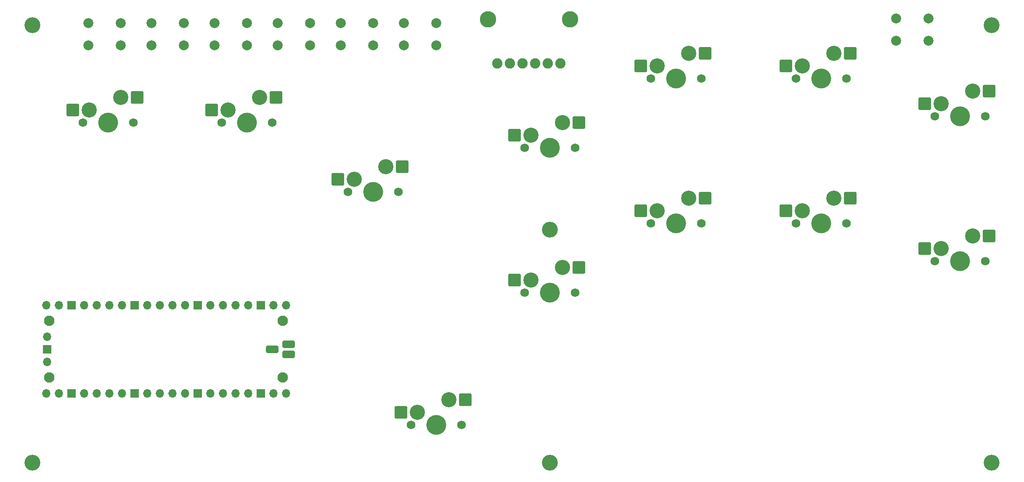
<source format=gbr>
%TF.GenerationSoftware,KiCad,Pcbnew,(6.0.4)*%
%TF.CreationDate,2022-07-03T17:31:01+01:00*%
%TF.ProjectId,MiniFighter Lite,4d696e69-4669-4676-9874-6572204c6974,rev?*%
%TF.SameCoordinates,Original*%
%TF.FileFunction,Soldermask,Bot*%
%TF.FilePolarity,Negative*%
%FSLAX46Y46*%
G04 Gerber Fmt 4.6, Leading zero omitted, Abs format (unit mm)*
G04 Created by KiCad (PCBNEW (6.0.4)) date 2022-07-03 17:31:01*
%MOMM*%
%LPD*%
G01*
G04 APERTURE LIST*
G04 Aperture macros list*
%AMRoundRect*
0 Rectangle with rounded corners*
0 $1 Rounding radius*
0 $2 $3 $4 $5 $6 $7 $8 $9 X,Y pos of 4 corners*
0 Add a 4 corners polygon primitive as box body*
4,1,4,$2,$3,$4,$5,$6,$7,$8,$9,$2,$3,0*
0 Add four circle primitives for the rounded corners*
1,1,$1+$1,$2,$3*
1,1,$1+$1,$4,$5*
1,1,$1+$1,$6,$7*
1,1,$1+$1,$8,$9*
0 Add four rect primitives between the rounded corners*
20,1,$1+$1,$2,$3,$4,$5,0*
20,1,$1+$1,$4,$5,$6,$7,0*
20,1,$1+$1,$6,$7,$8,$9,0*
20,1,$1+$1,$8,$9,$2,$3,0*%
G04 Aperture macros list end*
%ADD10C,3.200000*%
%ADD11C,2.100000*%
%ADD12O,1.700000X1.700000*%
%ADD13R,1.700000X1.700000*%
%ADD14RoundRect,0.300000X-0.950000X0.450000X-0.950000X-0.450000X0.950000X-0.450000X0.950000X0.450000X0*%
%ADD15C,2.000000*%
%ADD16C,1.750000*%
%ADD17C,3.050000*%
%ADD18C,4.000000*%
%ADD19RoundRect,0.250000X-1.025000X-1.000000X1.025000X-1.000000X1.025000X1.000000X-1.025000X1.000000X0*%
%ADD20C,3.302000*%
%ADD21C,2.082800*%
G04 APERTURE END LIST*
D10*
%TO.C,M3.1*%
X129540000Y-82000000D03*
%TD*%
%TO.C,M3.4*%
X322580000Y-170180000D03*
%TD*%
D11*
%TO.C,U1*%
X179945000Y-153020000D03*
X179945000Y-141620000D03*
X132945000Y-153020000D03*
X132945000Y-141620000D03*
D12*
X180575000Y-138430000D03*
X178035000Y-138430000D03*
D13*
X175495000Y-138430000D03*
D12*
X172955000Y-138430000D03*
X170415000Y-138430000D03*
X167875000Y-138430000D03*
X165335000Y-138430000D03*
D13*
X162795000Y-138430000D03*
D12*
X160255000Y-138430000D03*
X157715000Y-138430000D03*
X155175000Y-138430000D03*
X152635000Y-138430000D03*
D13*
X150095000Y-138430000D03*
D12*
X147555000Y-138430000D03*
X145015000Y-138430000D03*
X142475000Y-138430000D03*
X139935000Y-138430000D03*
D13*
X137395000Y-138430000D03*
D12*
X134855000Y-138430000D03*
X132315000Y-138430000D03*
X132315000Y-156210000D03*
X134855000Y-156210000D03*
D13*
X137395000Y-156210000D03*
D12*
X139935000Y-156210000D03*
X142475000Y-156210000D03*
X145015000Y-156210000D03*
X147555000Y-156210000D03*
D13*
X150095000Y-156210000D03*
D12*
X152635000Y-156210000D03*
X155175000Y-156210000D03*
X157715000Y-156210000D03*
X160255000Y-156210000D03*
D13*
X162795000Y-156210000D03*
D12*
X165335000Y-156210000D03*
X167875000Y-156210000D03*
X170415000Y-156210000D03*
X172955000Y-156210000D03*
D13*
X175495000Y-156210000D03*
D12*
X178035000Y-156210000D03*
X180575000Y-156210000D03*
X132545000Y-144780000D03*
D13*
X132545000Y-147320000D03*
D12*
X132545000Y-149860000D03*
D14*
X177815000Y-147320000D03*
X181095000Y-148320000D03*
X181115000Y-146320000D03*
%TD*%
D15*
%TO.C,A1*%
X178920000Y-86070000D03*
X185420000Y-86070000D03*
X185420000Y-81570000D03*
X178920000Y-81570000D03*
%TD*%
D10*
%TO.C,M3.6*%
X233680000Y-123190000D03*
%TD*%
D16*
%TO.C,P3*%
X293370000Y-92710000D03*
D17*
X284480000Y-90170000D03*
X290830000Y-87630000D03*
D18*
X288290000Y-92710000D03*
D16*
X283210000Y-92710000D03*
D19*
X281205000Y-90170000D03*
X294132000Y-87630000D03*
%TD*%
D15*
%TO.C,A2*%
X166220000Y-86070000D03*
X172720000Y-86070000D03*
X166220000Y-81570000D03*
X172720000Y-81570000D03*
%TD*%
D16*
%TO.C,K3*%
X283210000Y-121920000D03*
D17*
X284480000Y-119380000D03*
D18*
X288290000Y-121920000D03*
D17*
X290830000Y-116840000D03*
D16*
X293370000Y-121920000D03*
D19*
X281205000Y-119380000D03*
X294132000Y-116840000D03*
%TD*%
D17*
%TO.C,K2*%
X255270000Y-119380000D03*
D18*
X259080000Y-121920000D03*
D16*
X254000000Y-121920000D03*
X264160000Y-121920000D03*
D17*
X261620000Y-116840000D03*
D19*
X251995000Y-119380000D03*
X264922000Y-116840000D03*
%TD*%
D15*
%TO.C,R3*%
X153520000Y-86070000D03*
X160020000Y-86070000D03*
X160020000Y-81570000D03*
X153520000Y-81570000D03*
%TD*%
D20*
%TO.C,USBC1*%
X221235000Y-80808750D03*
X237745000Y-80808750D03*
D21*
X223140000Y-89698750D03*
X225680000Y-89698750D03*
X228220000Y-89698750D03*
X230760000Y-89698750D03*
X233300000Y-89698750D03*
X235840000Y-89698750D03*
%TD*%
D18*
%TO.C,DOWN1*%
X172720000Y-101600000D03*
D16*
X177800000Y-101600000D03*
X167640000Y-101600000D03*
D17*
X175260000Y-96520000D03*
X168910000Y-99060000D03*
D19*
X165635000Y-99060000D03*
X178562000Y-96520000D03*
%TD*%
D16*
%TO.C,RIGHT1*%
X193040000Y-115570000D03*
D18*
X198120000Y-115570000D03*
D16*
X203200000Y-115570000D03*
D17*
X200660000Y-110490000D03*
X194310000Y-113030000D03*
D19*
X191035000Y-113030000D03*
X203962000Y-110490000D03*
%TD*%
D15*
%TO.C,SELECT1*%
X198120000Y-86070000D03*
X191620000Y-86070000D03*
X191620000Y-81570000D03*
X198120000Y-81570000D03*
%TD*%
D16*
%TO.C,P4*%
X321310000Y-100330000D03*
D18*
X316230000Y-100330000D03*
D17*
X318770000Y-95250000D03*
X312420000Y-97790000D03*
D16*
X311150000Y-100330000D03*
D19*
X309145000Y-97790000D03*
X322072000Y-95250000D03*
%TD*%
D17*
%TO.C,K1*%
X229870000Y-133350000D03*
D16*
X228600000Y-135890000D03*
D17*
X236220000Y-130810000D03*
D16*
X238760000Y-135890000D03*
D18*
X233680000Y-135890000D03*
D19*
X226595000Y-133350000D03*
X239522000Y-130810000D03*
%TD*%
D15*
%TO.C,RUN1*%
X303380000Y-85090000D03*
X309880000Y-85090000D03*
X309880000Y-80590000D03*
X303380000Y-80590000D03*
%TD*%
D17*
%TO.C,P2*%
X261620000Y-87630000D03*
D16*
X254000000Y-92710000D03*
X264160000Y-92710000D03*
D18*
X259080000Y-92710000D03*
D17*
X255270000Y-90170000D03*
D19*
X251995000Y-90170000D03*
X264922000Y-87630000D03*
%TD*%
D17*
%TO.C,LEFT1*%
X140970000Y-99060000D03*
D18*
X144780000Y-101600000D03*
D16*
X139700000Y-101600000D03*
D17*
X147320000Y-96520000D03*
D16*
X149860000Y-101600000D03*
D19*
X137695000Y-99060000D03*
X150622000Y-96520000D03*
%TD*%
D16*
%TO.C,P1*%
X228600000Y-106680000D03*
D17*
X229870000Y-104140000D03*
X236220000Y-101600000D03*
D18*
X233680000Y-106680000D03*
D16*
X238760000Y-106680000D03*
D19*
X226595000Y-104140000D03*
X239522000Y-101600000D03*
%TD*%
D15*
%TO.C,L3*%
X140820000Y-86070000D03*
X147320000Y-86070000D03*
X140820000Y-81570000D03*
X147320000Y-81570000D03*
%TD*%
D10*
%TO.C,M3.3*%
X129540000Y-170180000D03*
%TD*%
D15*
%TO.C,START1*%
X204320000Y-86070000D03*
X210820000Y-86070000D03*
X210820000Y-81570000D03*
X204320000Y-81570000D03*
%TD*%
D10*
%TO.C,M3.5*%
X233680000Y-170180000D03*
%TD*%
D17*
%TO.C,UP1*%
X207010000Y-160020000D03*
D18*
X210820000Y-162560000D03*
D16*
X215900000Y-162560000D03*
X205740000Y-162560000D03*
D17*
X213360000Y-157480000D03*
D19*
X203735000Y-160020000D03*
X216662000Y-157480000D03*
%TD*%
D10*
%TO.C,M3.2*%
X322580000Y-82000000D03*
%TD*%
D16*
%TO.C,K4*%
X321310000Y-129540000D03*
D18*
X316230000Y-129540000D03*
D17*
X312420000Y-127000000D03*
D16*
X311150000Y-129540000D03*
D17*
X318770000Y-124460000D03*
D19*
X309145000Y-127000000D03*
X322072000Y-124460000D03*
%TD*%
M02*

</source>
